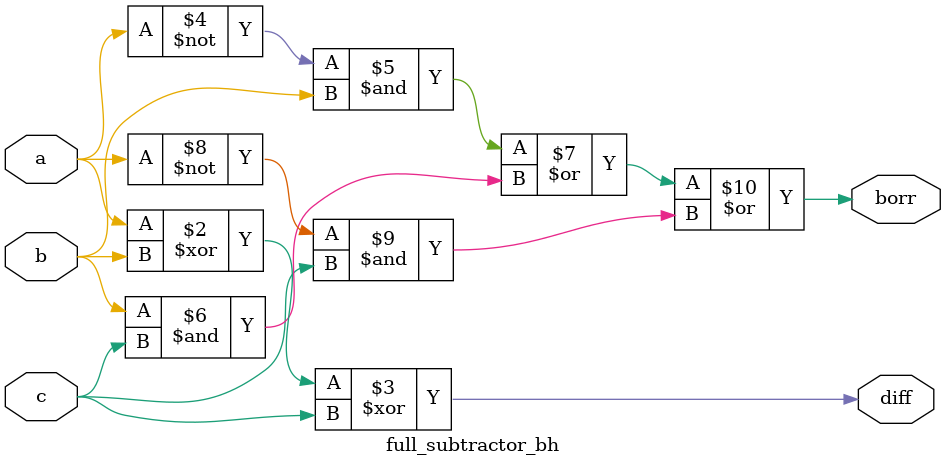
<source format=v>
module full_subtractor_bh(output reg diff, borr, input a,b,c);
    always @(a,b,c) begin
        diff = a ^ b ^ c;
        borr = ~a&b | b&c | ~a&c;
    end 
endmodule
</source>
